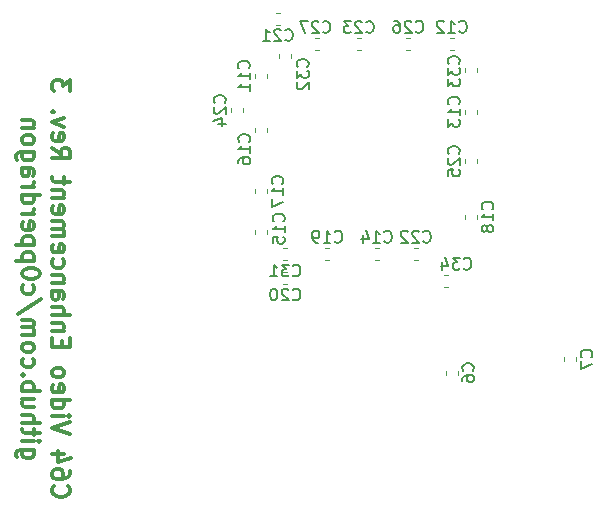
<source format=gbr>
G04 #@! TF.GenerationSoftware,KiCad,Pcbnew,(5.0.0)*
G04 #@! TF.CreationDate,2019-03-10T23:00:14+01:00*
G04 #@! TF.ProjectId,rfreplacement,72667265706C6163656D656E742E6B69,rev?*
G04 #@! TF.SameCoordinates,Original*
G04 #@! TF.FileFunction,Legend,Bot*
G04 #@! TF.FilePolarity,Positive*
%FSLAX46Y46*%
G04 Gerber Fmt 4.6, Leading zero omitted, Abs format (unit mm)*
G04 Created by KiCad (PCBNEW (5.0.0)) date 03/10/19 23:00:14*
%MOMM*%
%LPD*%
G01*
G04 APERTURE LIST*
%ADD10C,0.300000*%
%ADD11C,0.120000*%
%ADD12C,0.150000*%
G04 APERTURE END LIST*
D10*
X110721285Y-111075285D02*
X110649857Y-111146714D01*
X110578428Y-111361000D01*
X110578428Y-111503857D01*
X110649857Y-111718142D01*
X110792714Y-111861000D01*
X110935571Y-111932428D01*
X111221285Y-112003857D01*
X111435571Y-112003857D01*
X111721285Y-111932428D01*
X111864142Y-111861000D01*
X112007000Y-111718142D01*
X112078428Y-111503857D01*
X112078428Y-111361000D01*
X112007000Y-111146714D01*
X111935571Y-111075285D01*
X112078428Y-109789571D02*
X112078428Y-110075285D01*
X112007000Y-110218142D01*
X111935571Y-110289571D01*
X111721285Y-110432428D01*
X111435571Y-110503857D01*
X110864142Y-110503857D01*
X110721285Y-110432428D01*
X110649857Y-110361000D01*
X110578428Y-110218142D01*
X110578428Y-109932428D01*
X110649857Y-109789571D01*
X110721285Y-109718142D01*
X110864142Y-109646714D01*
X111221285Y-109646714D01*
X111364142Y-109718142D01*
X111435571Y-109789571D01*
X111507000Y-109932428D01*
X111507000Y-110218142D01*
X111435571Y-110361000D01*
X111364142Y-110432428D01*
X111221285Y-110503857D01*
X111578428Y-108361000D02*
X110578428Y-108361000D01*
X112149857Y-108718142D02*
X111078428Y-109075285D01*
X111078428Y-108146714D01*
X112078428Y-106646714D02*
X110578428Y-106146714D01*
X112078428Y-105646714D01*
X110578428Y-105146714D02*
X111578428Y-105146714D01*
X112078428Y-105146714D02*
X112007000Y-105218142D01*
X111935571Y-105146714D01*
X112007000Y-105075285D01*
X112078428Y-105146714D01*
X111935571Y-105146714D01*
X110578428Y-103789571D02*
X112078428Y-103789571D01*
X110649857Y-103789571D02*
X110578428Y-103932428D01*
X110578428Y-104218142D01*
X110649857Y-104361000D01*
X110721285Y-104432428D01*
X110864142Y-104503857D01*
X111292714Y-104503857D01*
X111435571Y-104432428D01*
X111507000Y-104361000D01*
X111578428Y-104218142D01*
X111578428Y-103932428D01*
X111507000Y-103789571D01*
X110649857Y-102503857D02*
X110578428Y-102646714D01*
X110578428Y-102932428D01*
X110649857Y-103075285D01*
X110792714Y-103146714D01*
X111364142Y-103146714D01*
X111507000Y-103075285D01*
X111578428Y-102932428D01*
X111578428Y-102646714D01*
X111507000Y-102503857D01*
X111364142Y-102432428D01*
X111221285Y-102432428D01*
X111078428Y-103146714D01*
X110578428Y-101575285D02*
X110649857Y-101718142D01*
X110721285Y-101789571D01*
X110864142Y-101861000D01*
X111292714Y-101861000D01*
X111435571Y-101789571D01*
X111507000Y-101718142D01*
X111578428Y-101575285D01*
X111578428Y-101361000D01*
X111507000Y-101218142D01*
X111435571Y-101146714D01*
X111292714Y-101075285D01*
X110864142Y-101075285D01*
X110721285Y-101146714D01*
X110649857Y-101218142D01*
X110578428Y-101361000D01*
X110578428Y-101575285D01*
X111364142Y-99289571D02*
X111364142Y-98789571D01*
X110578428Y-98575285D02*
X110578428Y-99289571D01*
X112078428Y-99289571D01*
X112078428Y-98575285D01*
X111578428Y-97932428D02*
X110578428Y-97932428D01*
X111435571Y-97932428D02*
X111507000Y-97861000D01*
X111578428Y-97718142D01*
X111578428Y-97503857D01*
X111507000Y-97361000D01*
X111364142Y-97289571D01*
X110578428Y-97289571D01*
X110578428Y-96575285D02*
X112078428Y-96575285D01*
X110578428Y-95932428D02*
X111364142Y-95932428D01*
X111507000Y-96003857D01*
X111578428Y-96146714D01*
X111578428Y-96361000D01*
X111507000Y-96503857D01*
X111435571Y-96575285D01*
X110578428Y-94575285D02*
X111364142Y-94575285D01*
X111507000Y-94646714D01*
X111578428Y-94789571D01*
X111578428Y-95075285D01*
X111507000Y-95218142D01*
X110649857Y-94575285D02*
X110578428Y-94718142D01*
X110578428Y-95075285D01*
X110649857Y-95218142D01*
X110792714Y-95289571D01*
X110935571Y-95289571D01*
X111078428Y-95218142D01*
X111149857Y-95075285D01*
X111149857Y-94718142D01*
X111221285Y-94575285D01*
X111578428Y-93861000D02*
X110578428Y-93861000D01*
X111435571Y-93861000D02*
X111507000Y-93789571D01*
X111578428Y-93646714D01*
X111578428Y-93432428D01*
X111507000Y-93289571D01*
X111364142Y-93218142D01*
X110578428Y-93218142D01*
X110649857Y-91861000D02*
X110578428Y-92003857D01*
X110578428Y-92289571D01*
X110649857Y-92432428D01*
X110721285Y-92503857D01*
X110864142Y-92575285D01*
X111292714Y-92575285D01*
X111435571Y-92503857D01*
X111507000Y-92432428D01*
X111578428Y-92289571D01*
X111578428Y-92003857D01*
X111507000Y-91861000D01*
X110649857Y-90646714D02*
X110578428Y-90789571D01*
X110578428Y-91075285D01*
X110649857Y-91218142D01*
X110792714Y-91289571D01*
X111364142Y-91289571D01*
X111507000Y-91218142D01*
X111578428Y-91075285D01*
X111578428Y-90789571D01*
X111507000Y-90646714D01*
X111364142Y-90575285D01*
X111221285Y-90575285D01*
X111078428Y-91289571D01*
X110578428Y-89932428D02*
X111578428Y-89932428D01*
X111435571Y-89932428D02*
X111507000Y-89861000D01*
X111578428Y-89718142D01*
X111578428Y-89503857D01*
X111507000Y-89361000D01*
X111364142Y-89289571D01*
X110578428Y-89289571D01*
X111364142Y-89289571D02*
X111507000Y-89218142D01*
X111578428Y-89075285D01*
X111578428Y-88861000D01*
X111507000Y-88718142D01*
X111364142Y-88646714D01*
X110578428Y-88646714D01*
X110649857Y-87361000D02*
X110578428Y-87503857D01*
X110578428Y-87789571D01*
X110649857Y-87932428D01*
X110792714Y-88003857D01*
X111364142Y-88003857D01*
X111507000Y-87932428D01*
X111578428Y-87789571D01*
X111578428Y-87503857D01*
X111507000Y-87361000D01*
X111364142Y-87289571D01*
X111221285Y-87289571D01*
X111078428Y-88003857D01*
X111578428Y-86646714D02*
X110578428Y-86646714D01*
X111435571Y-86646714D02*
X111507000Y-86575285D01*
X111578428Y-86432428D01*
X111578428Y-86218142D01*
X111507000Y-86075285D01*
X111364142Y-86003857D01*
X110578428Y-86003857D01*
X111578428Y-85503857D02*
X111578428Y-84932428D01*
X112078428Y-85289571D02*
X110792714Y-85289571D01*
X110649857Y-85218142D01*
X110578428Y-85075285D01*
X110578428Y-84932428D01*
X110578428Y-82432428D02*
X111292714Y-82932428D01*
X110578428Y-83289571D02*
X112078428Y-83289571D01*
X112078428Y-82718142D01*
X112007000Y-82575285D01*
X111935571Y-82503857D01*
X111792714Y-82432428D01*
X111578428Y-82432428D01*
X111435571Y-82503857D01*
X111364142Y-82575285D01*
X111292714Y-82718142D01*
X111292714Y-83289571D01*
X110649857Y-81218142D02*
X110578428Y-81361000D01*
X110578428Y-81646714D01*
X110649857Y-81789571D01*
X110792714Y-81861000D01*
X111364142Y-81861000D01*
X111507000Y-81789571D01*
X111578428Y-81646714D01*
X111578428Y-81361000D01*
X111507000Y-81218142D01*
X111364142Y-81146714D01*
X111221285Y-81146714D01*
X111078428Y-81861000D01*
X111578428Y-80646714D02*
X110578428Y-80289571D01*
X111578428Y-79932428D01*
X110721285Y-79361000D02*
X110649857Y-79289571D01*
X110578428Y-79361000D01*
X110649857Y-79432428D01*
X110721285Y-79361000D01*
X110578428Y-79361000D01*
X112078428Y-77646714D02*
X112078428Y-76718142D01*
X111507000Y-77218142D01*
X111507000Y-77003857D01*
X111435571Y-76861000D01*
X111364142Y-76789571D01*
X111221285Y-76718142D01*
X110864142Y-76718142D01*
X110721285Y-76789571D01*
X110649857Y-76861000D01*
X110578428Y-77003857D01*
X110578428Y-77432428D01*
X110649857Y-77575285D01*
X110721285Y-77646714D01*
X109028428Y-108003857D02*
X107814142Y-108003857D01*
X107671285Y-108075285D01*
X107599857Y-108146714D01*
X107528428Y-108289571D01*
X107528428Y-108503857D01*
X107599857Y-108646714D01*
X108099857Y-108003857D02*
X108028428Y-108146714D01*
X108028428Y-108432428D01*
X108099857Y-108575285D01*
X108171285Y-108646714D01*
X108314142Y-108718142D01*
X108742714Y-108718142D01*
X108885571Y-108646714D01*
X108957000Y-108575285D01*
X109028428Y-108432428D01*
X109028428Y-108146714D01*
X108957000Y-108003857D01*
X108028428Y-107289571D02*
X109028428Y-107289571D01*
X109528428Y-107289571D02*
X109457000Y-107361000D01*
X109385571Y-107289571D01*
X109457000Y-107218142D01*
X109528428Y-107289571D01*
X109385571Y-107289571D01*
X109028428Y-106789571D02*
X109028428Y-106218142D01*
X109528428Y-106575285D02*
X108242714Y-106575285D01*
X108099857Y-106503857D01*
X108028428Y-106361000D01*
X108028428Y-106218142D01*
X108028428Y-105718142D02*
X109528428Y-105718142D01*
X108028428Y-105075285D02*
X108814142Y-105075285D01*
X108957000Y-105146714D01*
X109028428Y-105289571D01*
X109028428Y-105503857D01*
X108957000Y-105646714D01*
X108885571Y-105718142D01*
X109028428Y-103718142D02*
X108028428Y-103718142D01*
X109028428Y-104361000D02*
X108242714Y-104361000D01*
X108099857Y-104289571D01*
X108028428Y-104146714D01*
X108028428Y-103932428D01*
X108099857Y-103789571D01*
X108171285Y-103718142D01*
X108028428Y-103003857D02*
X109528428Y-103003857D01*
X108957000Y-103003857D02*
X109028428Y-102861000D01*
X109028428Y-102575285D01*
X108957000Y-102432428D01*
X108885571Y-102361000D01*
X108742714Y-102289571D01*
X108314142Y-102289571D01*
X108171285Y-102361000D01*
X108099857Y-102432428D01*
X108028428Y-102575285D01*
X108028428Y-102861000D01*
X108099857Y-103003857D01*
X108171285Y-101646714D02*
X108099857Y-101575285D01*
X108028428Y-101646714D01*
X108099857Y-101718142D01*
X108171285Y-101646714D01*
X108028428Y-101646714D01*
X108099857Y-100289571D02*
X108028428Y-100432428D01*
X108028428Y-100718142D01*
X108099857Y-100861000D01*
X108171285Y-100932428D01*
X108314142Y-101003857D01*
X108742714Y-101003857D01*
X108885571Y-100932428D01*
X108957000Y-100861000D01*
X109028428Y-100718142D01*
X109028428Y-100432428D01*
X108957000Y-100289571D01*
X108028428Y-99432428D02*
X108099857Y-99575285D01*
X108171285Y-99646714D01*
X108314142Y-99718142D01*
X108742714Y-99718142D01*
X108885571Y-99646714D01*
X108957000Y-99575285D01*
X109028428Y-99432428D01*
X109028428Y-99218142D01*
X108957000Y-99075285D01*
X108885571Y-99003857D01*
X108742714Y-98932428D01*
X108314142Y-98932428D01*
X108171285Y-99003857D01*
X108099857Y-99075285D01*
X108028428Y-99218142D01*
X108028428Y-99432428D01*
X108028428Y-98289571D02*
X109028428Y-98289571D01*
X108885571Y-98289571D02*
X108957000Y-98218142D01*
X109028428Y-98075285D01*
X109028428Y-97860999D01*
X108957000Y-97718142D01*
X108814142Y-97646714D01*
X108028428Y-97646714D01*
X108814142Y-97646714D02*
X108957000Y-97575285D01*
X109028428Y-97432428D01*
X109028428Y-97218142D01*
X108957000Y-97075285D01*
X108814142Y-97003857D01*
X108028428Y-97003857D01*
X109599857Y-95218142D02*
X107671285Y-96503857D01*
X108099857Y-94075285D02*
X108028428Y-94218142D01*
X108028428Y-94503857D01*
X108099857Y-94646714D01*
X108171285Y-94718142D01*
X108314142Y-94789571D01*
X108742714Y-94789571D01*
X108885571Y-94718142D01*
X108957000Y-94646714D01*
X109028428Y-94503857D01*
X109028428Y-94218142D01*
X108957000Y-94075285D01*
X109528428Y-93146714D02*
X109528428Y-93003857D01*
X109457000Y-92860999D01*
X109385571Y-92789571D01*
X109242714Y-92718142D01*
X108957000Y-92646714D01*
X108599857Y-92646714D01*
X108314142Y-92718142D01*
X108171285Y-92789571D01*
X108099857Y-92860999D01*
X108028428Y-93003857D01*
X108028428Y-93146714D01*
X108099857Y-93289571D01*
X108171285Y-93360999D01*
X108314142Y-93432428D01*
X108599857Y-93503857D01*
X108957000Y-93503857D01*
X109242714Y-93432428D01*
X109385571Y-93360999D01*
X109457000Y-93289571D01*
X109528428Y-93146714D01*
X109028428Y-92003857D02*
X107528428Y-92003857D01*
X108957000Y-92003857D02*
X109028428Y-91860999D01*
X109028428Y-91575285D01*
X108957000Y-91432428D01*
X108885571Y-91360999D01*
X108742714Y-91289571D01*
X108314142Y-91289571D01*
X108171285Y-91360999D01*
X108099857Y-91432428D01*
X108028428Y-91575285D01*
X108028428Y-91860999D01*
X108099857Y-92003857D01*
X109028428Y-90646714D02*
X107528428Y-90646714D01*
X108957000Y-90646714D02*
X109028428Y-90503857D01*
X109028428Y-90218142D01*
X108957000Y-90075285D01*
X108885571Y-90003857D01*
X108742714Y-89932428D01*
X108314142Y-89932428D01*
X108171285Y-90003857D01*
X108099857Y-90075285D01*
X108028428Y-90218142D01*
X108028428Y-90503857D01*
X108099857Y-90646714D01*
X108099857Y-88718142D02*
X108028428Y-88861000D01*
X108028428Y-89146714D01*
X108099857Y-89289571D01*
X108242714Y-89361000D01*
X108814142Y-89361000D01*
X108957000Y-89289571D01*
X109028428Y-89146714D01*
X109028428Y-88861000D01*
X108957000Y-88718142D01*
X108814142Y-88646714D01*
X108671285Y-88646714D01*
X108528428Y-89361000D01*
X108028428Y-88003857D02*
X109028428Y-88003857D01*
X108742714Y-88003857D02*
X108885571Y-87932428D01*
X108957000Y-87861000D01*
X109028428Y-87718142D01*
X109028428Y-87575285D01*
X108028428Y-86432428D02*
X109528428Y-86432428D01*
X108099857Y-86432428D02*
X108028428Y-86575285D01*
X108028428Y-86861000D01*
X108099857Y-87003857D01*
X108171285Y-87075285D01*
X108314142Y-87146714D01*
X108742714Y-87146714D01*
X108885571Y-87075285D01*
X108957000Y-87003857D01*
X109028428Y-86861000D01*
X109028428Y-86575285D01*
X108957000Y-86432428D01*
X108028428Y-85718142D02*
X109028428Y-85718142D01*
X108742714Y-85718142D02*
X108885571Y-85646714D01*
X108957000Y-85575285D01*
X109028428Y-85432428D01*
X109028428Y-85289571D01*
X108028428Y-84146714D02*
X108814142Y-84146714D01*
X108957000Y-84218142D01*
X109028428Y-84361000D01*
X109028428Y-84646714D01*
X108957000Y-84789571D01*
X108099857Y-84146714D02*
X108028428Y-84289571D01*
X108028428Y-84646714D01*
X108099857Y-84789571D01*
X108242714Y-84861000D01*
X108385571Y-84861000D01*
X108528428Y-84789571D01*
X108599857Y-84646714D01*
X108599857Y-84289571D01*
X108671285Y-84146714D01*
X109028428Y-82789571D02*
X107814142Y-82789571D01*
X107671285Y-82860999D01*
X107599857Y-82932428D01*
X107528428Y-83075285D01*
X107528428Y-83289571D01*
X107599857Y-83432428D01*
X108099857Y-82789571D02*
X108028428Y-82932428D01*
X108028428Y-83218142D01*
X108099857Y-83360999D01*
X108171285Y-83432428D01*
X108314142Y-83503857D01*
X108742714Y-83503857D01*
X108885571Y-83432428D01*
X108957000Y-83360999D01*
X109028428Y-83218142D01*
X109028428Y-82932428D01*
X108957000Y-82789571D01*
X108028428Y-81860999D02*
X108099857Y-82003857D01*
X108171285Y-82075285D01*
X108314142Y-82146714D01*
X108742714Y-82146714D01*
X108885571Y-82075285D01*
X108957000Y-82003857D01*
X109028428Y-81860999D01*
X109028428Y-81646714D01*
X108957000Y-81503857D01*
X108885571Y-81432428D01*
X108742714Y-81360999D01*
X108314142Y-81360999D01*
X108171285Y-81432428D01*
X108099857Y-81503857D01*
X108028428Y-81646714D01*
X108028428Y-81860999D01*
X109028428Y-80718142D02*
X108028428Y-80718142D01*
X108885571Y-80718142D02*
X108957000Y-80646714D01*
X109028428Y-80503857D01*
X109028428Y-80289571D01*
X108957000Y-80146714D01*
X108814142Y-80075285D01*
X108028428Y-80075285D01*
D11*
G04 #@! TO.C,C6*
X143889000Y-101644267D02*
X143889000Y-101301733D01*
X144909000Y-101644267D02*
X144909000Y-101301733D01*
G04 #@! TO.C,C11*
X128780000Y-76155733D02*
X128780000Y-76498267D01*
X127760000Y-76155733D02*
X127760000Y-76498267D01*
G04 #@! TO.C,C7*
X154942000Y-100501267D02*
X154942000Y-100158733D01*
X153922000Y-100501267D02*
X153922000Y-100158733D01*
G04 #@! TO.C,C14*
X138220267Y-90930000D02*
X137877733Y-90930000D01*
X138220267Y-91950000D02*
X137877733Y-91950000D01*
G04 #@! TO.C,C24*
X126748000Y-79076733D02*
X126748000Y-79419267D01*
X125728000Y-79076733D02*
X125728000Y-79419267D01*
G04 #@! TO.C,C25*
X145540000Y-83394733D02*
X145540000Y-83737267D01*
X146560000Y-83394733D02*
X146560000Y-83737267D01*
G04 #@! TO.C,C12*
X144570267Y-73150000D02*
X144227733Y-73150000D01*
X144570267Y-74170000D02*
X144227733Y-74170000D01*
G04 #@! TO.C,C20*
X130130733Y-93982000D02*
X130473267Y-93982000D01*
X130130733Y-92962000D02*
X130473267Y-92962000D01*
G04 #@! TO.C,C19*
X134029267Y-91950000D02*
X133686733Y-91950000D01*
X134029267Y-90930000D02*
X133686733Y-90930000D01*
G04 #@! TO.C,C13*
X146560000Y-79203733D02*
X146560000Y-79546267D01*
X145540000Y-79203733D02*
X145540000Y-79546267D01*
G04 #@! TO.C,C15*
X127760000Y-89706267D02*
X127760000Y-89363733D01*
X128780000Y-89706267D02*
X128780000Y-89363733D01*
G04 #@! TO.C,C26*
X140887267Y-74170000D02*
X140544733Y-74170000D01*
X140887267Y-73150000D02*
X140544733Y-73150000D01*
G04 #@! TO.C,C27*
X132797733Y-73150000D02*
X133140267Y-73150000D01*
X132797733Y-74170000D02*
X133140267Y-74170000D01*
G04 #@! TO.C,C16*
X127760000Y-80727733D02*
X127760000Y-81070267D01*
X128780000Y-80727733D02*
X128780000Y-81070267D01*
G04 #@! TO.C,C21*
X129495733Y-70991000D02*
X129838267Y-70991000D01*
X129495733Y-72011000D02*
X129838267Y-72011000D01*
G04 #@! TO.C,C22*
X141522267Y-90930000D02*
X141179733Y-90930000D01*
X141522267Y-91950000D02*
X141179733Y-91950000D01*
G04 #@! TO.C,C18*
X146560000Y-88450267D02*
X146560000Y-88107733D01*
X145540000Y-88450267D02*
X145540000Y-88107733D01*
G04 #@! TO.C,C17*
X127760000Y-86277267D02*
X127760000Y-85934733D01*
X128780000Y-86277267D02*
X128780000Y-85934733D01*
G04 #@! TO.C,C23*
X136353733Y-74170000D02*
X136696267Y-74170000D01*
X136353733Y-73150000D02*
X136696267Y-73150000D01*
G04 #@! TO.C,C33*
X145540000Y-75647733D02*
X145540000Y-75990267D01*
X146560000Y-75647733D02*
X146560000Y-75990267D01*
G04 #@! TO.C,C32*
X130812000Y-74504733D02*
X130812000Y-74847267D01*
X129792000Y-74504733D02*
X129792000Y-74847267D01*
G04 #@! TO.C,C31*
X130130733Y-91950000D02*
X130473267Y-91950000D01*
X130130733Y-90930000D02*
X130473267Y-90930000D01*
G04 #@! TO.C,C34*
X144062267Y-94236000D02*
X143719733Y-94236000D01*
X144062267Y-93216000D02*
X143719733Y-93216000D01*
G04 #@! TO.C,C6*
D12*
X146186142Y-101306333D02*
X146233761Y-101258714D01*
X146281380Y-101115857D01*
X146281380Y-101020619D01*
X146233761Y-100877761D01*
X146138523Y-100782523D01*
X146043285Y-100734904D01*
X145852809Y-100687285D01*
X145709952Y-100687285D01*
X145519476Y-100734904D01*
X145424238Y-100782523D01*
X145329000Y-100877761D01*
X145281380Y-101020619D01*
X145281380Y-101115857D01*
X145329000Y-101258714D01*
X145376619Y-101306333D01*
X145281380Y-102163476D02*
X145281380Y-101973000D01*
X145329000Y-101877761D01*
X145376619Y-101830142D01*
X145519476Y-101734904D01*
X145709952Y-101687285D01*
X146090904Y-101687285D01*
X146186142Y-101734904D01*
X146233761Y-101782523D01*
X146281380Y-101877761D01*
X146281380Y-102068238D01*
X146233761Y-102163476D01*
X146186142Y-102211095D01*
X146090904Y-102258714D01*
X145852809Y-102258714D01*
X145757571Y-102211095D01*
X145709952Y-102163476D01*
X145662333Y-102068238D01*
X145662333Y-101877761D01*
X145709952Y-101782523D01*
X145757571Y-101734904D01*
X145852809Y-101687285D01*
G04 #@! TO.C,C11*
X127197142Y-75684142D02*
X127244761Y-75636523D01*
X127292380Y-75493666D01*
X127292380Y-75398428D01*
X127244761Y-75255571D01*
X127149523Y-75160333D01*
X127054285Y-75112714D01*
X126863809Y-75065095D01*
X126720952Y-75065095D01*
X126530476Y-75112714D01*
X126435238Y-75160333D01*
X126340000Y-75255571D01*
X126292380Y-75398428D01*
X126292380Y-75493666D01*
X126340000Y-75636523D01*
X126387619Y-75684142D01*
X127292380Y-76636523D02*
X127292380Y-76065095D01*
X127292380Y-76350809D02*
X126292380Y-76350809D01*
X126435238Y-76255571D01*
X126530476Y-76160333D01*
X126578095Y-76065095D01*
X127292380Y-77588904D02*
X127292380Y-77017476D01*
X127292380Y-77303190D02*
X126292380Y-77303190D01*
X126435238Y-77207952D01*
X126530476Y-77112714D01*
X126578095Y-77017476D01*
G04 #@! TO.C,C7*
X156219142Y-100163333D02*
X156266761Y-100115714D01*
X156314380Y-99972857D01*
X156314380Y-99877619D01*
X156266761Y-99734761D01*
X156171523Y-99639523D01*
X156076285Y-99591904D01*
X155885809Y-99544285D01*
X155742952Y-99544285D01*
X155552476Y-99591904D01*
X155457238Y-99639523D01*
X155362000Y-99734761D01*
X155314380Y-99877619D01*
X155314380Y-99972857D01*
X155362000Y-100115714D01*
X155409619Y-100163333D01*
X155314380Y-100496666D02*
X155314380Y-101163333D01*
X156314380Y-100734761D01*
G04 #@! TO.C,C14*
X138691857Y-90367142D02*
X138739476Y-90414761D01*
X138882333Y-90462380D01*
X138977571Y-90462380D01*
X139120428Y-90414761D01*
X139215666Y-90319523D01*
X139263285Y-90224285D01*
X139310904Y-90033809D01*
X139310904Y-89890952D01*
X139263285Y-89700476D01*
X139215666Y-89605238D01*
X139120428Y-89510000D01*
X138977571Y-89462380D01*
X138882333Y-89462380D01*
X138739476Y-89510000D01*
X138691857Y-89557619D01*
X137739476Y-90462380D02*
X138310904Y-90462380D01*
X138025190Y-90462380D02*
X138025190Y-89462380D01*
X138120428Y-89605238D01*
X138215666Y-89700476D01*
X138310904Y-89748095D01*
X136882333Y-89795714D02*
X136882333Y-90462380D01*
X137120428Y-89414761D02*
X137358523Y-90129047D01*
X136739476Y-90129047D01*
G04 #@! TO.C,C24*
X125165142Y-78605142D02*
X125212761Y-78557523D01*
X125260380Y-78414666D01*
X125260380Y-78319428D01*
X125212761Y-78176571D01*
X125117523Y-78081333D01*
X125022285Y-78033714D01*
X124831809Y-77986095D01*
X124688952Y-77986095D01*
X124498476Y-78033714D01*
X124403238Y-78081333D01*
X124308000Y-78176571D01*
X124260380Y-78319428D01*
X124260380Y-78414666D01*
X124308000Y-78557523D01*
X124355619Y-78605142D01*
X124355619Y-78986095D02*
X124308000Y-79033714D01*
X124260380Y-79128952D01*
X124260380Y-79367047D01*
X124308000Y-79462285D01*
X124355619Y-79509904D01*
X124450857Y-79557523D01*
X124546095Y-79557523D01*
X124688952Y-79509904D01*
X125260380Y-78938476D01*
X125260380Y-79557523D01*
X124593714Y-80414666D02*
X125260380Y-80414666D01*
X124212761Y-80176571D02*
X124927047Y-79938476D01*
X124927047Y-80557523D01*
G04 #@! TO.C,C25*
X144977142Y-82923142D02*
X145024761Y-82875523D01*
X145072380Y-82732666D01*
X145072380Y-82637428D01*
X145024761Y-82494571D01*
X144929523Y-82399333D01*
X144834285Y-82351714D01*
X144643809Y-82304095D01*
X144500952Y-82304095D01*
X144310476Y-82351714D01*
X144215238Y-82399333D01*
X144120000Y-82494571D01*
X144072380Y-82637428D01*
X144072380Y-82732666D01*
X144120000Y-82875523D01*
X144167619Y-82923142D01*
X144167619Y-83304095D02*
X144120000Y-83351714D01*
X144072380Y-83446952D01*
X144072380Y-83685047D01*
X144120000Y-83780285D01*
X144167619Y-83827904D01*
X144262857Y-83875523D01*
X144358095Y-83875523D01*
X144500952Y-83827904D01*
X145072380Y-83256476D01*
X145072380Y-83875523D01*
X144072380Y-84780285D02*
X144072380Y-84304095D01*
X144548571Y-84256476D01*
X144500952Y-84304095D01*
X144453333Y-84399333D01*
X144453333Y-84637428D01*
X144500952Y-84732666D01*
X144548571Y-84780285D01*
X144643809Y-84827904D01*
X144881904Y-84827904D01*
X144977142Y-84780285D01*
X145024761Y-84732666D01*
X145072380Y-84637428D01*
X145072380Y-84399333D01*
X145024761Y-84304095D01*
X144977142Y-84256476D01*
G04 #@! TO.C,C12*
X145041857Y-72587142D02*
X145089476Y-72634761D01*
X145232333Y-72682380D01*
X145327571Y-72682380D01*
X145470428Y-72634761D01*
X145565666Y-72539523D01*
X145613285Y-72444285D01*
X145660904Y-72253809D01*
X145660904Y-72110952D01*
X145613285Y-71920476D01*
X145565666Y-71825238D01*
X145470428Y-71730000D01*
X145327571Y-71682380D01*
X145232333Y-71682380D01*
X145089476Y-71730000D01*
X145041857Y-71777619D01*
X144089476Y-72682380D02*
X144660904Y-72682380D01*
X144375190Y-72682380D02*
X144375190Y-71682380D01*
X144470428Y-71825238D01*
X144565666Y-71920476D01*
X144660904Y-71968095D01*
X143708523Y-71777619D02*
X143660904Y-71730000D01*
X143565666Y-71682380D01*
X143327571Y-71682380D01*
X143232333Y-71730000D01*
X143184714Y-71777619D01*
X143137095Y-71872857D01*
X143137095Y-71968095D01*
X143184714Y-72110952D01*
X143756142Y-72682380D01*
X143137095Y-72682380D01*
G04 #@! TO.C,C20*
X130944857Y-95259142D02*
X130992476Y-95306761D01*
X131135333Y-95354380D01*
X131230571Y-95354380D01*
X131373428Y-95306761D01*
X131468666Y-95211523D01*
X131516285Y-95116285D01*
X131563904Y-94925809D01*
X131563904Y-94782952D01*
X131516285Y-94592476D01*
X131468666Y-94497238D01*
X131373428Y-94402000D01*
X131230571Y-94354380D01*
X131135333Y-94354380D01*
X130992476Y-94402000D01*
X130944857Y-94449619D01*
X130563904Y-94449619D02*
X130516285Y-94402000D01*
X130421047Y-94354380D01*
X130182952Y-94354380D01*
X130087714Y-94402000D01*
X130040095Y-94449619D01*
X129992476Y-94544857D01*
X129992476Y-94640095D01*
X130040095Y-94782952D01*
X130611523Y-95354380D01*
X129992476Y-95354380D01*
X129373428Y-94354380D02*
X129278190Y-94354380D01*
X129182952Y-94402000D01*
X129135333Y-94449619D01*
X129087714Y-94544857D01*
X129040095Y-94735333D01*
X129040095Y-94973428D01*
X129087714Y-95163904D01*
X129135333Y-95259142D01*
X129182952Y-95306761D01*
X129278190Y-95354380D01*
X129373428Y-95354380D01*
X129468666Y-95306761D01*
X129516285Y-95259142D01*
X129563904Y-95163904D01*
X129611523Y-94973428D01*
X129611523Y-94735333D01*
X129563904Y-94544857D01*
X129516285Y-94449619D01*
X129468666Y-94402000D01*
X129373428Y-94354380D01*
G04 #@! TO.C,C19*
X134500857Y-90367142D02*
X134548476Y-90414761D01*
X134691333Y-90462380D01*
X134786571Y-90462380D01*
X134929428Y-90414761D01*
X135024666Y-90319523D01*
X135072285Y-90224285D01*
X135119904Y-90033809D01*
X135119904Y-89890952D01*
X135072285Y-89700476D01*
X135024666Y-89605238D01*
X134929428Y-89510000D01*
X134786571Y-89462380D01*
X134691333Y-89462380D01*
X134548476Y-89510000D01*
X134500857Y-89557619D01*
X133548476Y-90462380D02*
X134119904Y-90462380D01*
X133834190Y-90462380D02*
X133834190Y-89462380D01*
X133929428Y-89605238D01*
X134024666Y-89700476D01*
X134119904Y-89748095D01*
X133072285Y-90462380D02*
X132881809Y-90462380D01*
X132786571Y-90414761D01*
X132738952Y-90367142D01*
X132643714Y-90224285D01*
X132596095Y-90033809D01*
X132596095Y-89652857D01*
X132643714Y-89557619D01*
X132691333Y-89510000D01*
X132786571Y-89462380D01*
X132977047Y-89462380D01*
X133072285Y-89510000D01*
X133119904Y-89557619D01*
X133167523Y-89652857D01*
X133167523Y-89890952D01*
X133119904Y-89986190D01*
X133072285Y-90033809D01*
X132977047Y-90081428D01*
X132786571Y-90081428D01*
X132691333Y-90033809D01*
X132643714Y-89986190D01*
X132596095Y-89890952D01*
G04 #@! TO.C,C13*
X144977142Y-78732142D02*
X145024761Y-78684523D01*
X145072380Y-78541666D01*
X145072380Y-78446428D01*
X145024761Y-78303571D01*
X144929523Y-78208333D01*
X144834285Y-78160714D01*
X144643809Y-78113095D01*
X144500952Y-78113095D01*
X144310476Y-78160714D01*
X144215238Y-78208333D01*
X144120000Y-78303571D01*
X144072380Y-78446428D01*
X144072380Y-78541666D01*
X144120000Y-78684523D01*
X144167619Y-78732142D01*
X145072380Y-79684523D02*
X145072380Y-79113095D01*
X145072380Y-79398809D02*
X144072380Y-79398809D01*
X144215238Y-79303571D01*
X144310476Y-79208333D01*
X144358095Y-79113095D01*
X144072380Y-80017857D02*
X144072380Y-80636904D01*
X144453333Y-80303571D01*
X144453333Y-80446428D01*
X144500952Y-80541666D01*
X144548571Y-80589285D01*
X144643809Y-80636904D01*
X144881904Y-80636904D01*
X144977142Y-80589285D01*
X145024761Y-80541666D01*
X145072380Y-80446428D01*
X145072380Y-80160714D01*
X145024761Y-80065476D01*
X144977142Y-80017857D01*
G04 #@! TO.C,C15*
X130151142Y-88638142D02*
X130198761Y-88590523D01*
X130246380Y-88447666D01*
X130246380Y-88352428D01*
X130198761Y-88209571D01*
X130103523Y-88114333D01*
X130008285Y-88066714D01*
X129817809Y-88019095D01*
X129674952Y-88019095D01*
X129484476Y-88066714D01*
X129389238Y-88114333D01*
X129294000Y-88209571D01*
X129246380Y-88352428D01*
X129246380Y-88447666D01*
X129294000Y-88590523D01*
X129341619Y-88638142D01*
X130246380Y-89590523D02*
X130246380Y-89019095D01*
X130246380Y-89304809D02*
X129246380Y-89304809D01*
X129389238Y-89209571D01*
X129484476Y-89114333D01*
X129532095Y-89019095D01*
X129246380Y-90495285D02*
X129246380Y-90019095D01*
X129722571Y-89971476D01*
X129674952Y-90019095D01*
X129627333Y-90114333D01*
X129627333Y-90352428D01*
X129674952Y-90447666D01*
X129722571Y-90495285D01*
X129817809Y-90542904D01*
X130055904Y-90542904D01*
X130151142Y-90495285D01*
X130198761Y-90447666D01*
X130246380Y-90352428D01*
X130246380Y-90114333D01*
X130198761Y-90019095D01*
X130151142Y-89971476D01*
G04 #@! TO.C,C26*
X141358857Y-72587142D02*
X141406476Y-72634761D01*
X141549333Y-72682380D01*
X141644571Y-72682380D01*
X141787428Y-72634761D01*
X141882666Y-72539523D01*
X141930285Y-72444285D01*
X141977904Y-72253809D01*
X141977904Y-72110952D01*
X141930285Y-71920476D01*
X141882666Y-71825238D01*
X141787428Y-71730000D01*
X141644571Y-71682380D01*
X141549333Y-71682380D01*
X141406476Y-71730000D01*
X141358857Y-71777619D01*
X140977904Y-71777619D02*
X140930285Y-71730000D01*
X140835047Y-71682380D01*
X140596952Y-71682380D01*
X140501714Y-71730000D01*
X140454095Y-71777619D01*
X140406476Y-71872857D01*
X140406476Y-71968095D01*
X140454095Y-72110952D01*
X141025523Y-72682380D01*
X140406476Y-72682380D01*
X139549333Y-71682380D02*
X139739809Y-71682380D01*
X139835047Y-71730000D01*
X139882666Y-71777619D01*
X139977904Y-71920476D01*
X140025523Y-72110952D01*
X140025523Y-72491904D01*
X139977904Y-72587142D01*
X139930285Y-72634761D01*
X139835047Y-72682380D01*
X139644571Y-72682380D01*
X139549333Y-72634761D01*
X139501714Y-72587142D01*
X139454095Y-72491904D01*
X139454095Y-72253809D01*
X139501714Y-72158571D01*
X139549333Y-72110952D01*
X139644571Y-72063333D01*
X139835047Y-72063333D01*
X139930285Y-72110952D01*
X139977904Y-72158571D01*
X140025523Y-72253809D01*
G04 #@! TO.C,C27*
X133484857Y-72620142D02*
X133532476Y-72667761D01*
X133675333Y-72715380D01*
X133770571Y-72715380D01*
X133913428Y-72667761D01*
X134008666Y-72572523D01*
X134056285Y-72477285D01*
X134103904Y-72286809D01*
X134103904Y-72143952D01*
X134056285Y-71953476D01*
X134008666Y-71858238D01*
X133913428Y-71763000D01*
X133770571Y-71715380D01*
X133675333Y-71715380D01*
X133532476Y-71763000D01*
X133484857Y-71810619D01*
X133103904Y-71810619D02*
X133056285Y-71763000D01*
X132961047Y-71715380D01*
X132722952Y-71715380D01*
X132627714Y-71763000D01*
X132580095Y-71810619D01*
X132532476Y-71905857D01*
X132532476Y-72001095D01*
X132580095Y-72143952D01*
X133151523Y-72715380D01*
X132532476Y-72715380D01*
X132199142Y-71715380D02*
X131532476Y-71715380D01*
X131961047Y-72715380D01*
G04 #@! TO.C,C16*
X127230142Y-81907142D02*
X127277761Y-81859523D01*
X127325380Y-81716666D01*
X127325380Y-81621428D01*
X127277761Y-81478571D01*
X127182523Y-81383333D01*
X127087285Y-81335714D01*
X126896809Y-81288095D01*
X126753952Y-81288095D01*
X126563476Y-81335714D01*
X126468238Y-81383333D01*
X126373000Y-81478571D01*
X126325380Y-81621428D01*
X126325380Y-81716666D01*
X126373000Y-81859523D01*
X126420619Y-81907142D01*
X127325380Y-82859523D02*
X127325380Y-82288095D01*
X127325380Y-82573809D02*
X126325380Y-82573809D01*
X126468238Y-82478571D01*
X126563476Y-82383333D01*
X126611095Y-82288095D01*
X126325380Y-83716666D02*
X126325380Y-83526190D01*
X126373000Y-83430952D01*
X126420619Y-83383333D01*
X126563476Y-83288095D01*
X126753952Y-83240476D01*
X127134904Y-83240476D01*
X127230142Y-83288095D01*
X127277761Y-83335714D01*
X127325380Y-83430952D01*
X127325380Y-83621428D01*
X127277761Y-83716666D01*
X127230142Y-83764285D01*
X127134904Y-83811904D01*
X126896809Y-83811904D01*
X126801571Y-83764285D01*
X126753952Y-83716666D01*
X126706333Y-83621428D01*
X126706333Y-83430952D01*
X126753952Y-83335714D01*
X126801571Y-83288095D01*
X126896809Y-83240476D01*
G04 #@! TO.C,C21*
X130309857Y-73288142D02*
X130357476Y-73335761D01*
X130500333Y-73383380D01*
X130595571Y-73383380D01*
X130738428Y-73335761D01*
X130833666Y-73240523D01*
X130881285Y-73145285D01*
X130928904Y-72954809D01*
X130928904Y-72811952D01*
X130881285Y-72621476D01*
X130833666Y-72526238D01*
X130738428Y-72431000D01*
X130595571Y-72383380D01*
X130500333Y-72383380D01*
X130357476Y-72431000D01*
X130309857Y-72478619D01*
X129928904Y-72478619D02*
X129881285Y-72431000D01*
X129786047Y-72383380D01*
X129547952Y-72383380D01*
X129452714Y-72431000D01*
X129405095Y-72478619D01*
X129357476Y-72573857D01*
X129357476Y-72669095D01*
X129405095Y-72811952D01*
X129976523Y-73383380D01*
X129357476Y-73383380D01*
X128405095Y-73383380D02*
X128976523Y-73383380D01*
X128690809Y-73383380D02*
X128690809Y-72383380D01*
X128786047Y-72526238D01*
X128881285Y-72621476D01*
X128976523Y-72669095D01*
G04 #@! TO.C,C22*
X141993857Y-90367142D02*
X142041476Y-90414761D01*
X142184333Y-90462380D01*
X142279571Y-90462380D01*
X142422428Y-90414761D01*
X142517666Y-90319523D01*
X142565285Y-90224285D01*
X142612904Y-90033809D01*
X142612904Y-89890952D01*
X142565285Y-89700476D01*
X142517666Y-89605238D01*
X142422428Y-89510000D01*
X142279571Y-89462380D01*
X142184333Y-89462380D01*
X142041476Y-89510000D01*
X141993857Y-89557619D01*
X141612904Y-89557619D02*
X141565285Y-89510000D01*
X141470047Y-89462380D01*
X141231952Y-89462380D01*
X141136714Y-89510000D01*
X141089095Y-89557619D01*
X141041476Y-89652857D01*
X141041476Y-89748095D01*
X141089095Y-89890952D01*
X141660523Y-90462380D01*
X141041476Y-90462380D01*
X140660523Y-89557619D02*
X140612904Y-89510000D01*
X140517666Y-89462380D01*
X140279571Y-89462380D01*
X140184333Y-89510000D01*
X140136714Y-89557619D01*
X140089095Y-89652857D01*
X140089095Y-89748095D01*
X140136714Y-89890952D01*
X140708142Y-90462380D01*
X140089095Y-90462380D01*
G04 #@! TO.C,C18*
X147837142Y-87636142D02*
X147884761Y-87588523D01*
X147932380Y-87445666D01*
X147932380Y-87350428D01*
X147884761Y-87207571D01*
X147789523Y-87112333D01*
X147694285Y-87064714D01*
X147503809Y-87017095D01*
X147360952Y-87017095D01*
X147170476Y-87064714D01*
X147075238Y-87112333D01*
X146980000Y-87207571D01*
X146932380Y-87350428D01*
X146932380Y-87445666D01*
X146980000Y-87588523D01*
X147027619Y-87636142D01*
X147932380Y-88588523D02*
X147932380Y-88017095D01*
X147932380Y-88302809D02*
X146932380Y-88302809D01*
X147075238Y-88207571D01*
X147170476Y-88112333D01*
X147218095Y-88017095D01*
X147360952Y-89159952D02*
X147313333Y-89064714D01*
X147265714Y-89017095D01*
X147170476Y-88969476D01*
X147122857Y-88969476D01*
X147027619Y-89017095D01*
X146980000Y-89064714D01*
X146932380Y-89159952D01*
X146932380Y-89350428D01*
X146980000Y-89445666D01*
X147027619Y-89493285D01*
X147122857Y-89540904D01*
X147170476Y-89540904D01*
X147265714Y-89493285D01*
X147313333Y-89445666D01*
X147360952Y-89350428D01*
X147360952Y-89159952D01*
X147408571Y-89064714D01*
X147456190Y-89017095D01*
X147551428Y-88969476D01*
X147741904Y-88969476D01*
X147837142Y-89017095D01*
X147884761Y-89064714D01*
X147932380Y-89159952D01*
X147932380Y-89350428D01*
X147884761Y-89445666D01*
X147837142Y-89493285D01*
X147741904Y-89540904D01*
X147551428Y-89540904D01*
X147456190Y-89493285D01*
X147408571Y-89445666D01*
X147360952Y-89350428D01*
G04 #@! TO.C,C17*
X130057142Y-85463142D02*
X130104761Y-85415523D01*
X130152380Y-85272666D01*
X130152380Y-85177428D01*
X130104761Y-85034571D01*
X130009523Y-84939333D01*
X129914285Y-84891714D01*
X129723809Y-84844095D01*
X129580952Y-84844095D01*
X129390476Y-84891714D01*
X129295238Y-84939333D01*
X129200000Y-85034571D01*
X129152380Y-85177428D01*
X129152380Y-85272666D01*
X129200000Y-85415523D01*
X129247619Y-85463142D01*
X130152380Y-86415523D02*
X130152380Y-85844095D01*
X130152380Y-86129809D02*
X129152380Y-86129809D01*
X129295238Y-86034571D01*
X129390476Y-85939333D01*
X129438095Y-85844095D01*
X129152380Y-86748857D02*
X129152380Y-87415523D01*
X130152380Y-86986952D01*
G04 #@! TO.C,C23*
X137167857Y-72620142D02*
X137215476Y-72667761D01*
X137358333Y-72715380D01*
X137453571Y-72715380D01*
X137596428Y-72667761D01*
X137691666Y-72572523D01*
X137739285Y-72477285D01*
X137786904Y-72286809D01*
X137786904Y-72143952D01*
X137739285Y-71953476D01*
X137691666Y-71858238D01*
X137596428Y-71763000D01*
X137453571Y-71715380D01*
X137358333Y-71715380D01*
X137215476Y-71763000D01*
X137167857Y-71810619D01*
X136786904Y-71810619D02*
X136739285Y-71763000D01*
X136644047Y-71715380D01*
X136405952Y-71715380D01*
X136310714Y-71763000D01*
X136263095Y-71810619D01*
X136215476Y-71905857D01*
X136215476Y-72001095D01*
X136263095Y-72143952D01*
X136834523Y-72715380D01*
X136215476Y-72715380D01*
X135882142Y-71715380D02*
X135263095Y-71715380D01*
X135596428Y-72096333D01*
X135453571Y-72096333D01*
X135358333Y-72143952D01*
X135310714Y-72191571D01*
X135263095Y-72286809D01*
X135263095Y-72524904D01*
X135310714Y-72620142D01*
X135358333Y-72667761D01*
X135453571Y-72715380D01*
X135739285Y-72715380D01*
X135834523Y-72667761D01*
X135882142Y-72620142D01*
G04 #@! TO.C,C33*
X144977142Y-75303142D02*
X145024761Y-75255523D01*
X145072380Y-75112666D01*
X145072380Y-75017428D01*
X145024761Y-74874571D01*
X144929523Y-74779333D01*
X144834285Y-74731714D01*
X144643809Y-74684095D01*
X144500952Y-74684095D01*
X144310476Y-74731714D01*
X144215238Y-74779333D01*
X144120000Y-74874571D01*
X144072380Y-75017428D01*
X144072380Y-75112666D01*
X144120000Y-75255523D01*
X144167619Y-75303142D01*
X144072380Y-75636476D02*
X144072380Y-76255523D01*
X144453333Y-75922190D01*
X144453333Y-76065047D01*
X144500952Y-76160285D01*
X144548571Y-76207904D01*
X144643809Y-76255523D01*
X144881904Y-76255523D01*
X144977142Y-76207904D01*
X145024761Y-76160285D01*
X145072380Y-76065047D01*
X145072380Y-75779333D01*
X145024761Y-75684095D01*
X144977142Y-75636476D01*
X144072380Y-76588857D02*
X144072380Y-77207904D01*
X144453333Y-76874571D01*
X144453333Y-77017428D01*
X144500952Y-77112666D01*
X144548571Y-77160285D01*
X144643809Y-77207904D01*
X144881904Y-77207904D01*
X144977142Y-77160285D01*
X145024761Y-77112666D01*
X145072380Y-77017428D01*
X145072380Y-76731714D01*
X145024761Y-76636476D01*
X144977142Y-76588857D01*
G04 #@! TO.C,C32*
X132183142Y-75557142D02*
X132230761Y-75509523D01*
X132278380Y-75366666D01*
X132278380Y-75271428D01*
X132230761Y-75128571D01*
X132135523Y-75033333D01*
X132040285Y-74985714D01*
X131849809Y-74938095D01*
X131706952Y-74938095D01*
X131516476Y-74985714D01*
X131421238Y-75033333D01*
X131326000Y-75128571D01*
X131278380Y-75271428D01*
X131278380Y-75366666D01*
X131326000Y-75509523D01*
X131373619Y-75557142D01*
X131278380Y-75890476D02*
X131278380Y-76509523D01*
X131659333Y-76176190D01*
X131659333Y-76319047D01*
X131706952Y-76414285D01*
X131754571Y-76461904D01*
X131849809Y-76509523D01*
X132087904Y-76509523D01*
X132183142Y-76461904D01*
X132230761Y-76414285D01*
X132278380Y-76319047D01*
X132278380Y-76033333D01*
X132230761Y-75938095D01*
X132183142Y-75890476D01*
X131373619Y-76890476D02*
X131326000Y-76938095D01*
X131278380Y-77033333D01*
X131278380Y-77271428D01*
X131326000Y-77366666D01*
X131373619Y-77414285D01*
X131468857Y-77461904D01*
X131564095Y-77461904D01*
X131706952Y-77414285D01*
X132278380Y-76842857D01*
X132278380Y-77461904D01*
G04 #@! TO.C,C31*
X130944857Y-93227142D02*
X130992476Y-93274761D01*
X131135333Y-93322380D01*
X131230571Y-93322380D01*
X131373428Y-93274761D01*
X131468666Y-93179523D01*
X131516285Y-93084285D01*
X131563904Y-92893809D01*
X131563904Y-92750952D01*
X131516285Y-92560476D01*
X131468666Y-92465238D01*
X131373428Y-92370000D01*
X131230571Y-92322380D01*
X131135333Y-92322380D01*
X130992476Y-92370000D01*
X130944857Y-92417619D01*
X130611523Y-92322380D02*
X129992476Y-92322380D01*
X130325809Y-92703333D01*
X130182952Y-92703333D01*
X130087714Y-92750952D01*
X130040095Y-92798571D01*
X129992476Y-92893809D01*
X129992476Y-93131904D01*
X130040095Y-93227142D01*
X130087714Y-93274761D01*
X130182952Y-93322380D01*
X130468666Y-93322380D01*
X130563904Y-93274761D01*
X130611523Y-93227142D01*
X129040095Y-93322380D02*
X129611523Y-93322380D01*
X129325809Y-93322380D02*
X129325809Y-92322380D01*
X129421047Y-92465238D01*
X129516285Y-92560476D01*
X129611523Y-92608095D01*
G04 #@! TO.C,C34*
X145422857Y-92653142D02*
X145470476Y-92700761D01*
X145613333Y-92748380D01*
X145708571Y-92748380D01*
X145851428Y-92700761D01*
X145946666Y-92605523D01*
X145994285Y-92510285D01*
X146041904Y-92319809D01*
X146041904Y-92176952D01*
X145994285Y-91986476D01*
X145946666Y-91891238D01*
X145851428Y-91796000D01*
X145708571Y-91748380D01*
X145613333Y-91748380D01*
X145470476Y-91796000D01*
X145422857Y-91843619D01*
X145089523Y-91748380D02*
X144470476Y-91748380D01*
X144803809Y-92129333D01*
X144660952Y-92129333D01*
X144565714Y-92176952D01*
X144518095Y-92224571D01*
X144470476Y-92319809D01*
X144470476Y-92557904D01*
X144518095Y-92653142D01*
X144565714Y-92700761D01*
X144660952Y-92748380D01*
X144946666Y-92748380D01*
X145041904Y-92700761D01*
X145089523Y-92653142D01*
X143613333Y-92081714D02*
X143613333Y-92748380D01*
X143851428Y-91700761D02*
X144089523Y-92415047D01*
X143470476Y-92415047D01*
G04 #@! TD*
M02*

</source>
